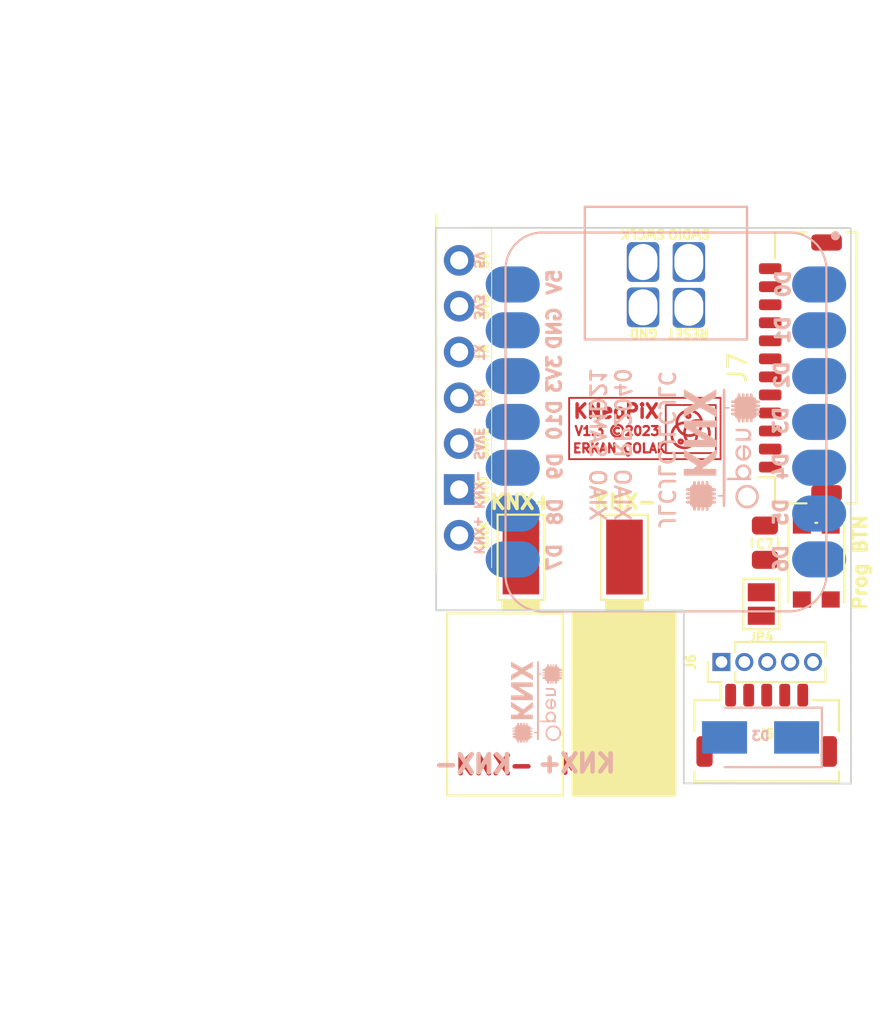
<source format=kicad_pcb>
(kicad_pcb (version 20221018) (generator pcbnew)
  (title_block (title "KNeoPix") (date "2023-02-25") (rev "1.3") (company "OpenKNX"))
  (layers (0 "F.Cu" signal) (1 "In1.Cu" signal) (2 "In2.Cu" signal) (31 "B.Cu" signal) (34 "B.Paste" user) (35 "F.Paste" user) (36 "B.SilkS" user "B.Silkscreen") (37 "F.SilkS" user "F.Silkscreen") (38 "B.Mask" user) (39 "F.Mask" user) (44 "Edge.Cuts" user))
  (net 0 "")
  (net 2 "KNX_RX")
  (net 3 "KNX_TX")
  (net 4 "D0")
  (net 5 "D10")
  (net 6 "D9")
  (net 7 "D8")
  (net 8 "D3")
  (net 9 "D2")
  (net 10 "D1")
  (net 11 "KNX_GND")
  (net 12 "D4_SDA")
  (net 13 "D5_SCL")
  (net 14 "KNX_SAVE")
  (net 15 "KNX_5V")
  (net 16 "KNX+")
  (net 17 "S_3V3")
  (net 18 "SWCLK")
  (net 19 "SWDIO")
  (net 20 "RESET")
  (footprint "Connector_JST:JST_SHL_SM05B-SHLS-TF_1x05-1MP_P1.00mm_Horizontal" (layer "F.Cu") (at 130.2 127.075)
    (fp_text reference "J5" (at -0.02 0.48) (layer "F.SilkS") (effects (font (size 0.5 0.5) (thickness 0.125))))
    (fp_text value "Conn_01x05" hide)
    (pad "1" smd roundrect (at -2 -1.675) (size 0.6 1.25) (layers "F.Cu" "F.Paste" "F.Mask") (net 11 "KNX_GND"))
    (pad "2" smd roundrect (at -1 -1.675) (size 0.6 1.25) (layers "F.Cu" "F.Paste" "F.Mask") (net 17 "S_3V3"))
    (pad "3" smd roundrect (at 0 -1.675) (size 0.6 1.25) (layers "F.Cu" "F.Paste" "F.Mask") (net 18 "SWCLK"))
    (pad "4" smd roundrect (at 1 -1.675) (size 0.6 1.25) (layers "F.Cu" "F.Paste" "F.Mask") (net 19 "SWDIO"))
    (pad "5" smd roundrect (at 2 -1.675) (size 0.6 1.25) (layers "F.Cu" "F.Paste" "F.Mask") (net 20 "RESET"))
    (pad "MP" smd roundrect (at -3.45 1.45) (size 0.9 1.7) (layers "F.Cu" "F.Paste" "F.Mask"))
    (pad "MP" smd roundrect (at 3.45 1.45) (size 0.9 1.7) (layers "F.Cu" "F.Paste" "F.Mask"))
  )
  (footprint "Connector_JST:JST_SHL_SM12B-SHLS-TF_1x12-1MP_P1.00mm_Horizontal" (layer "F.Cu") (at 132.07 107.26 90)
    (fp_text reference "J7" (at 0 -3.5 90) (layer "F.SilkS"))
    (fp_text value "Conn_01x12")
    (pad "1" smd roundrect (at -5.5 -1.675 90) (size 0.6 1.25) (layers "F.Cu" "F.Paste" "F.Mask") (net 11 "KNX_GND"))
    (pad "2" smd roundrect (at -4.5 -1.675 90) (size 0.6 1.25) (layers "F.Cu" "F.Paste" "F.Mask") (net 17 "S_3V3"))
    (pad "3" smd roundrect (at -3.5 -1.675 90) (size 0.6 1.25) (layers "F.Cu" "F.Paste" "F.Mask") (net 15 "KNX_5V"))
    (pad "4" smd roundrect (at -2.5 -1.675 90) (size 0.6 1.25) (layers "F.Cu" "F.Paste" "F.Mask") (net 10 "D1"))
    (pad "5" smd roundrect (at -1.5 -1.675 90) (size 0.6 1.25) (layers "F.Cu" "F.Paste" "F.Mask") (net 9 "D2"))
    (pad "6" smd roundrect (at -0.5 -1.675 90) (size 0.6 1.25) (layers "F.Cu" "F.Paste" "F.Mask") (net 8 "D3"))
    (pad "7" smd roundrect (at 0.5 -1.675 90) (size 0.6 1.25) (layers "F.Cu" "F.Paste" "F.Mask") (net 12 "D4_SDA"))
    (pad "8" smd roundrect (at 1.5 -1.675 90) (size 0.6 1.25) (layers "F.Cu" "F.Paste" "F.Mask") (net 13 "D5_SCL"))
    (pad "9" smd roundrect (at 2.5 -1.675 90) (size 0.6 1.25) (layers "F.Cu" "F.Paste" "F.Mask") (net 7 "D8"))
    (pad "10" smd roundrect (at 3.5 -1.675 90) (size 0.6 1.25) (layers "F.Cu" "F.Paste" "F.Mask") (net 6 "D9"))
    (pad "11" smd roundrect (at 4.5 -1.675 90) (size 0.6 1.25) (layers "F.Cu" "F.Paste" "F.Mask") (net 5 "D10"))
    (pad "12" smd roundrect (at 5.5 -1.675 90) (size 0.6 1.25) (layers "F.Cu" "F.Paste" "F.Mask") (net 11 "KNX_GND"))
    (pad "MP" smd roundrect (at -6.95 1.45 90) (size 0.9 1.7) (layers "F.Cu" "F.Paste" "F.Mask"))
    (pad "MP" smd roundrect (at 6.95 1.45 90) (size 0.9 1.7) (layers "F.Cu" "F.Paste" "F.Mask"))
  )
  (footprint "KNeoPix:KNeoPix - Logo" (layer "F.Cu") (at 123.3 110.4)
    (fp_text reference "REF42" hide)
    (fp_text value "KNeoPix - Logo" hide)
    (fp_text user "V1.3" (at -3.82 0.36 unlocked) (layer "F.Cu") (effects (font (size 0.5 0.5) (thickness 0.125)) (justify left)))
    (fp_text user "KNeoPiX" (at -3.92 -0.736465 unlocked) (layer "F.Cu") (effects (font (size 0.75 0.75) (thickness 0.1875)) (justify left)))
    (fp_text user "©2023" (at 1.02 0.36 unlocked) (layer "F.Cu") (effects (font (size 0.5 0.5) (thickness 0.125)) (justify right)))
    (fp_text user "ERKAN ÇOLAK" (at -3.92 1.32 unlocked) (layer "F.Cu") (effects (font (size 0.5 0.5) (thickness 0.125)) (justify left)))
    (fp_line (start -4.06 -1.4777) (end 4.34 -1.48) (stroke (width 0.1)) (layer "F.Cu"))
    (fp_line (start -4.06 1.92) (end -4.06 -1.4777) (stroke (width 0.1)) (layer "F.Cu"))
    (fp_line (start 4.34 -1.48) (end 4.34 1.92) (stroke (width 0.1)) (layer "F.Cu"))
    (fp_line (start 4.34 1.92) (end -4.06 1.92) (stroke (width 0.1)) (layer "F.Cu"))
    (fp_line (start 4.34 1.92) (end 4.34 1.92) (stroke (width 0.1)) (layer "F.Cu"))
    (fp_rect (start 4.075 1.583534) (end 1.3 -1.081466) (stroke (width 0.1)) (fill none) (layer "F.Cu"))
    (fp_circle (center 2.13 0.948534) (end 2.13 0.923534) (stroke (width 0.15)) (fill none) (layer "F.Cu"))
    (fp_circle (center 2.33 0.598534) (end 2.33 -0.092932) (stroke (width 0.15)) (fill none) (layer "F.Cu"))
    (fp_circle (center 2.555 -0.476466) (end 2.555 -0.501466) (stroke (width 0.15)) (fill none) (layer "F.Cu"))
    (fp_circle (center 2.605 -0.076466) (end 2.605 -0.767932) (stroke (width 0.15)) (fill none) (layer "F.Cu"))
    (fp_circle (center 3.03 0.473534) (end 3.03 -0.217932) (stroke (width 0.15)) (fill none) (layer "F.Cu"))
    (fp_circle (center 3.405 0.623534) (end 3.405 0.598534) (stroke (width 0.15)) (fill none) (layer "F.Cu"))
  )
  (footprint "KNeoPix:SolderJumper-2_P1.3mm_Open_Pad1.0x1.5mm" (layer "F.Cu") (at 129.9 120.35 90)
    (fp_text reference "JP4" (at -1.85 0) (layer "F.SilkS") (effects (font (size 0.5 0.5) (thickness 0.125))))
    (fp_text value "KNX Pin SAVE - Optional" hide)
    (pad "1" smd rect (at -0.65 0 270) (size 1 1.5) (layers "F.Cu" "F.Mask") (net 14 "KNX_SAVE"))
    (pad "2" smd rect (at 0.65 0 270) (size 1 1.5) (layers "F.Cu" "F.Mask") (net 5 "D10"))
  )
  (footprint "KNeoPix:KNX-Connector-SMD-Flat" (layer "F.Cu") (at 116.58 116.3275)
    (fp_text reference "J1" hide)
    (fp_text value "Conn_KNX" hide)
    (fp_text user "KNX-" (at 5.77 -1.65) (layer "F.SilkS") (effects (font (size 0.8 0.8) (thickness 0.2))))
    (fp_text user "KNX+" (at 0.01 -1.64) (layer "F.SilkS") (effects (font (size 0.8 0.8) (thickness 0.2))))
    (pad "1" smd rect (at -0.015 1.415) (size 2.03 4.15) (layers "F.Cu" "F.Paste" "F.Mask") (net 16 "KNX+"))
    (pad "2" smd rect (at 5.73 1.42) (size 2.03 4.15) (layers "F.Cu" "F.Paste" "F.Mask") (net 11 "KNX_GND"))
  )
  (footprint "KNeoPix:C_0805_2012Metric" (layer "F.Cu") (at 130.1 116.95 90)
    (fp_text reference "C7" (at -0.075 0) (layer "F.SilkS") (effects (font (size 0.5 0.5) (thickness 0.125))))
    (fp_text value "100nF 16V - (X5R 0805)" hide)
    (pad "1" smd roundrect (at -0.95 0 90) (size 1 1.45) (layers "F.Cu" "F.Paste" "F.Mask") (net 4 "D0"))
    (pad "2" smd roundrect (at 0.95 0 90) (size 1 1.45) (layers "F.Cu" "F.Paste" "F.Mask") (net 11 "KNX_GND"))
  )
  (footprint "Connector_PinHeader_1.27mm:PinHeader_1x05_P1.27mm_Vertical" (layer "F.Cu") (at 127.69 123.565 90)
    (fp_text reference "J6" (at 0 -1.695 90) (layer "F.SilkS") (effects (font (size 0.5 0.5) (thickness 0.125))))
    (fp_text value "Conn_01x05" hide)
    (pad "1" thru_hole rect (at 0 0 90) (size 1 1) (drill 0.65) (layers "*.Cu" "*.Mask") (net 11 "KNX_GND"))
    (pad "2" thru_hole oval (at 0 1.27 90) (size 1 1) (drill 0.65) (layers "*.Cu" "*.Mask") (net 17 "S_3V3"))
    (pad "3" thru_hole oval (at 0 2.54 90) (size 1 1) (drill 0.65) (layers "*.Cu" "*.Mask") (net 18 "SWCLK"))
    (pad "4" thru_hole oval (at 0 3.81 90) (size 1 1) (drill 0.65) (layers "*.Cu" "*.Mask") (net 19 "SWDIO"))
    (pad "5" thru_hole oval (at 0 5.08 90) (size 1 1) (drill 0.65) (layers "*.Cu" "*.Mask") (net 20 "RESET"))
  )
  (footprint "KNeoPix:NanoBCU_PinSocket_LowProfile" (layer "F.Cu") (at 113.14 116.54 180)
    (fp_text reference "GN1" hide)
    (fp_text value "OpenKNX_BCU" hide)
    (fp_text user "RX" (at -1.09 7.6 270 unlocked) (layer "B.SilkS") (effects (font (size 0.5 0.5) (thickness 0.125)) (justify mirror)))
    (fp_text user "TX" (at -1.09 10.15 270 unlocked) (layer "B.SilkS") (effects (font (size 0.5 0.5) (thickness 0.125)) (justify mirror)))
    (fp_text user "SAVE" (at -1.09 5.075 270 unlocked) (layer "B.SilkS") (effects (font (size 0.5 0.5) (thickness 0.125)) (justify mirror)))
    (fp_text user "3V3" (at -1.09 12.65 270 unlocked) (layer "B.SilkS") (effects (font (size 0.5 0.5) (thickness 0.125)) (justify mirror)))
    (fp_text user "KNX-" (at -1.09 2.525 270 unlocked) (layer "B.SilkS") (effects (font (size 0.5 0.5) (thickness 0.125)) (justify mirror)))
    (fp_text user "5V" (at -1.09 15.25 270 unlocked) (layer "B.SilkS") (effects (font (size 0.5 0.5) (thickness 0.125)) (justify mirror)))
    (fp_text user "KNX+" (at -1.09 0 270 unlocked) (layer "B.SilkS") (effects (font (size 0.5 0.5) (thickness 0.125)) (justify mirror)))
    (fp_text user "3V3" (at -1.36 12.7 270) (layer "F.SilkS") (effects (font (size 0.5 0.5) (thickness 0.125))))
    (fp_text user "SAVE" (at -1.36 5.08 270) (layer "F.SilkS") (effects (font (size 0.5 0.5) (thickness 0.125))))
    (fp_text user "RX" (at -1.36 7.62 270) (layer "F.SilkS") (effects (font (size 0.5 0.5) (thickness 0.125))))
    (fp_text user "TX" (at -1.36 10.16 270) (layer "F.SilkS") (effects (font (size 0.5 0.5) (thickness 0.125))))
    (fp_text user "5V" (at -1.36 15.24 270) (layer "F.SilkS") (effects (font (size 0.5 0.5) (thickness 0.125))))
    (fp_text user "KNX" (at -1.36 0 90) (layer "F.SilkS") (effects (font (size 0.5 0.5) (thickness 0.125))))
    (fp_text user "GND" (at -1.36 2.5 270) (layer "F.SilkS") (effects (font (size 0.5 0.5) (thickness 0.125))))
    (pad "1" thru_hole oval (at 0 0 180) (size 1.7 1.7) (drill 1) (layers "*.Cu" "*.Mask") (net 16 "KNX+"))
    (pad "2" thru_hole rect (at 0 2.54 180) (size 1.7 1.7) (drill 1) (layers "*.Cu" "*.Mask") (net 11 "KNX_GND"))
    (pad "3" thru_hole oval (at 0 5.08 180) (size 1.7 1.7) (drill 1) (layers "*.Cu" "*.Mask") (net 14 "KNX_SAVE"))
    (pad "4" thru_hole oval (at 0 7.62 180) (size 1.7 1.7) (drill 1) (layers "*.Cu" "*.Mask") (net 2 "KNX_RX"))
    (pad "5" thru_hole oval (at 0 10.16 180) (size 1.7 1.7) (drill 1) (layers "*.Cu" "*.Mask") (net 3 "KNX_TX"))
    (pad "6" thru_hole oval (at 0 12.7 180) (size 1.7 1.7) (drill 1) (layers "*.Cu" "*.Mask"))
    (pad "7" thru_hole oval (at 0 15.24 180) (size 1.7 1.7) (drill 1) (layers "*.Cu" "*.Mask") (net 15 "KNX_5V"))
  )
  (footprint "KNeoPix:SW_Push_1P1T_NO_CK_KMR2" (layer "F.Cu") (at 132.95 118.05 90)
    (fp_text reference "SW1" hide)
    (fp_text value "Prog BTN" (at 0 2.43 90) (layer "F.SilkS") (effects (font (size 0.75 0.75) (thickness 0.1875))))
    (pad "1" smd rect (at -2.05 -0.8 90) (size 0.9 1) (layers "F.Cu" "F.Paste" "F.Mask") (net 11 "KNX_GND"))
    (pad "1" smd rect (at -2.05 0.8 90) (size 0.9 1) (layers "F.Cu" "F.Paste" "F.Mask") (net 11 "KNX_GND"))
    (pad "2" smd rect (at 2.05 -0.8 90) (size 0.9 1) (layers "F.Cu" "F.Paste" "F.Mask") (net 4 "D0"))
    (pad "2" smd rect (at 2.05 0.8 90) (size 0.9 1) (layers "F.Cu" "F.Paste" "F.Mask") (net 4 "D0"))
  )
  (footprint "KNeoPix:Seeeduino XIAO-MOUDLE14P-2.54-21X17.8MM-no-15-16-17-18-19-20-pad" (layer "B.Cu") (at 133.695786 120.92 180)
    (fp_text reference "U1" hide)
    (fp_text value "Seeeduino XIAO" hide)
    (fp_text user "D1" (at 2.6037 15.764214 90 unlocked) (layer "B.SilkS") (effects (font (size 0.75 0.75) (thickness 0.1875)) (justify mirror)))
    (fp_text user "D7" (at 15.2637 3.159214 90 unlocked) (layer "B.SilkS") (effects (font (size 0.75 0.75) (thickness 0.1875)) (justify mirror)))
    (fp_text user "D4" (at 2.7137 8.200214 90 unlocked) (layer "B.SilkS") (effects (font (size 0.75 0.75) (thickness 0.1875)) (justify mirror)))
    (fp_text user "D2" (at 2.6537 13.264214 90 unlocked) (layer "B.SilkS") (effects (font (size 0.75 0.75) (thickness 0.1875)) (justify mirror)))
    (fp_text user "3V3" (at 15.2837 13.319214 90 unlocked) (layer "B.SilkS") (effects (font (size 0.75 0.75) (thickness 0.1875)) (justify mirror)))
    (fp_text user "D3" (at 2.7137 10.740214 90 unlocked) (layer "B.SilkS") (effects (font (size 0.75 0.75) (thickness 0.1875)) (justify mirror)))
    (fp_text user "GND" (at 15.2837 15.849214 90 unlocked) (layer "B.SilkS") (effects (font (size 0.75 0.75) (thickness 0.1875)) (justify mirror)))
    (fp_text user "D6" (at 2.7104 3.084214 90 unlocked) (layer "B.SilkS") (effects (font (size 0.75 0.75) (thickness 0.1875) bold) (justify mirror)))
    (fp_text user "D0" (at 2.5837 18.314214 90 unlocked) (layer "B.SilkS") (effects (font (size 0.75 0.75) (thickness 0.1875)) (justify mirror)))
    (fp_text user "D9" (at 15.2337 8.209214 90 unlocked) (layer "B.SilkS") (effects (font (size 0.75 0.75) (thickness 0.1875)) (justify mirror)))
    (fp_text user "D10" (at 15.2737 10.769214 90 unlocked) (layer "B.SilkS") (effects (font (size 0.75 0.75) (thickness 0.1875)) (justify mirror)))
    (fp_text user "D5" (at 2.7137 5.660214 90 unlocked) (layer "B.SilkS") (effects (font (size 0.75 0.75) (thickness 0.1875)) (justify mirror)))
    (fp_text user "D8" (at 15.2337 5.679214 90 unlocked) (layer "B.SilkS") (effects (font (size 0.75 0.75) (thickness 0.1875)) (justify mirror)))
    (fp_text user "5V" (at 15.2737 18.419214 90 unlocked) (layer "B.SilkS") (effects (font (size 0.75 0.75) (thickness 0.1875)) (justify mirror)))
    (fp_text user "GND" (at 10.314176 15.5833 180 unlocked) (layer "F.SilkS") (effects (font (size 0.5 0.5) (thickness 0.125))))
    (fp_text user "RESET" (at 7.846319 15.5833 180 unlocked) (layer "F.SilkS") (effects (font (size 0.5 0.5) (thickness 0.125))))
    (fp_text user "SWDIO" (at 7.7987 21.0883 180 unlocked) (layer "F.SilkS") (effects (font (size 0.5 0.5) (thickness 0.125))))
    (fp_text user "SWCLK" (at 10.3737 21.0883 180 unlocked) (layer "F.SilkS") (effects (font (size 0.5 0.5) (thickness 0.125))))
    (pad "1" smd oval (at 0.585786 18.284214 180) (size 3 2) (layers "B.Cu" "B.Paste" "B.Mask") (net 4 "D0"))
    (pad "2" smd oval (at 0.585786 15.744214 180) (size 3 2) (layers "B.Cu" "B.Paste" "B.Mask") (net 10 "D1"))
    (pad "3" smd oval (at 0.585786 13.204214 180) (size 3 2) (layers "B.Cu" "B.Paste" "B.Mask") (net 9 "D2"))
    (pad "4" smd oval (at 0.585786 10.664214 180) (size 3 2) (layers "B.Cu" "B.Paste" "B.Mask") (net 8 "D3"))
    (pad "5" smd oval (at 0.585786 8.124214 180) (size 3 2) (layers "B.Cu" "B.Paste" "B.Mask") (net 12 "D4_SDA"))
    (pad "6" smd oval (at 0.585786 5.584214) (size 3 2) (layers "B.Cu" "B.Paste" "B.Mask") (net 13 "D5_SCL"))
    (pad "7" smd oval (at 0.585786 3.044214 180) (size 3 2) (layers "B.Cu" "B.Paste" "B.Mask") (net 2 "KNX_RX"))
    (pad "8" smd oval (at 17.585786 3.044214 180) (size 3 2) (layers "B.Cu" "B.Paste" "B.Mask") (net 3 "KNX_TX"))
    (pad "9" smd oval (at 17.585786 5.584214 180) (size 3 2) (layers "B.Cu" "B.Paste" "B.Mask") (net 7 "D8"))
    (pad "10" smd oval (at 17.585786 8.124214 180) (size 3 2) (layers "B.Cu" "B.Paste" "B.Mask") (net 6 "D9"))
    (pad "11" smd oval (at 17.585786 10.664214 180) (size 3 2) (layers "B.Cu" "B.Paste" "B.Mask") (net 5 "D10"))
    (pad "12" smd oval (at 17.585786 13.204214 180) (size 3 2) (layers "B.Cu" "B.Paste" "B.Mask") (net 17 "S_3V3"))
    (pad "13" smd oval (at 17.585786 15.744214 180) (size 3 2) (layers "B.Cu" "B.Paste" "B.Mask") (net 11 "KNX_GND"))
    (pad "14" smd oval (at 17.585786 18.284214 180) (size 3 2) (layers "B.Cu" "B.Paste" "B.Mask") (net 15 "KNX_5V"))
    (pad "17" thru_hole roundrect (at 7.815786 19.53) (size 1.8 2.2) (drill oval 1.6 2) (layers "*.Cu" "*.Mask") (roundrect_rratio 0.15) (net 19 "SWDIO"))
    (pad "18" thru_hole roundrect (at 10.355786 19.53) (size 1.8 2.2) (drill oval 1.6 2) (layers "*.Cu" "*.Mask") (roundrect_rratio 0.15) (net 18 "SWCLK"))
    (pad "19" thru_hole roundrect (at 7.815786 16.99) (size 1.8 2.2) (drill oval 1.6 2) (layers "*.Cu" "*.Mask") (roundrect_rratio 0.15) (net 20 "RESET"))
    (pad "20" thru_hole roundrect (at 10.355786 17.015046) (size 1.8 2.2) (drill oval 1.6 2) (layers "*.Cu" "*.Mask") (roundrect_rratio 0.15) (net 11 "KNX_GND"))
  )
  (footprint "KNeoPix:OpenKNX_Logo_05x03" (layer "B.Cu") (at 117.218669 125.780676 90)
    (fp_text reference "REF1" hide)
    (fp_text value "LOGO" hide)
  )
  (footprint "KNeoPix:D_SMA" (layer "B.Cu") (at 129.86 127.745 180)
    (fp_text reference "D3" (at 0 0.09) (layer "B.SilkS") (effects (font (size 0.5 0.5) (thickness 0.125) bold) (justify mirror)))
    (fp_text value "SMAJ40CA-13-F" hide)
    (pad "A" smd rect (at 2 0) (size 2.5 1.8) (layers "B.Cu" "B.Paste" "B.Mask") (net 16 "KNX+"))
    (pad "C" smd rect (at -2 0) (size 2.5 1.8) (layers "B.Cu" "B.Paste" "B.Mask") (net 11 "KNX_GND"))
  )
  (footprint "KNeoPix:OpenKNX_Logo_07x05" (layer "B.Cu") (at 127.4 111.8 90)
    (fp_text reference "REF2" hide)
    (fp_text value "LOGO" hide)
  )
  (gr_line (start 111.84358 99.494154) (end 134.86321 99.505846) (stroke (width 0.1)) (layer "Edge.Cuts"))
  (gr_line (start 134.87679 130.305846) (end 134.86321 99.505846) (stroke (width 0.1)) (layer "Edge.Cuts"))
  (gr_line (start 125.6 120.705) (end 125.6 130.294154) (stroke (width 0.1)) (layer "Edge.Cuts"))
  (gr_line (start 111.86 120.695) (end 125.6 120.705) (stroke (width 0.1)) (layer "Edge.Cuts"))
  (gr_line (start 111.84358 99.494154) (end 111.86 120.695) (stroke (width 0.1)) (layer "Edge.Cuts"))
  (gr_line (start 125.6 130.294154) (end 134.87679 130.305846) (stroke (width 0.1)) (layer "Edge.Cuts"))
  (gr_text "KNX+" (at 120.9 129.25) (layer "F.Cu") (effects (font (size 1 1) (thickness 0.25) bold)))
  (gr_text "KNX-" (at 115.1 129.28) (layer "F.Cu") (effects (font (size 1 1) (thickness 0.25) bold)))
  (gr_text "JLCJLCJLCJLC" (at 124.641997 111.8 -90) (layer "B.SilkS") (effects (font (size 0.85 0.85) (thickness 0.15) bold) (justify mirror)))
  (gr_text "KNX+" (at 119.66 129.18) (layer "B.SilkS") (effects (font (size 1 1) (thickness 0.25)) (justify mirror)))
  (gr_text "KNX-" (at 113.91 129.22) (layer "B.SilkS") (effects (font (size 1 1) (thickness 0.25)) (justify mirror)))
  (gr_text "XIAO RP2040\nXIAO SAMD21" (at 121.5 111.5 -90) (layer "B.SilkS") (effects (font (size 0.85 0.85) (thickness 0.15) bold) (justify mirror)))
)
</source>
